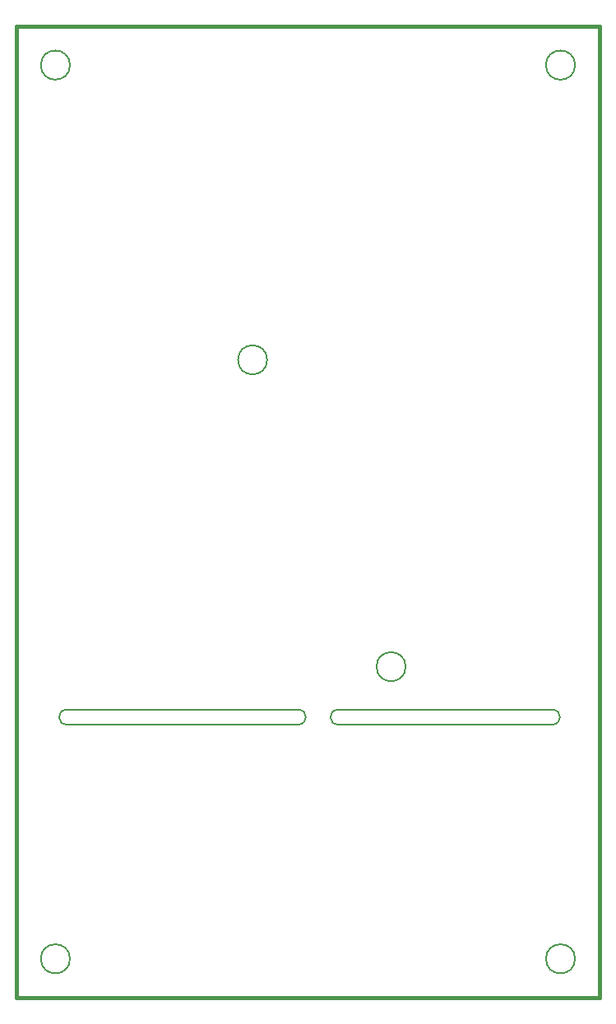
<source format=gbr>
G04 #@! TF.FileFunction,Profile,NP*
%FSLAX46Y46*%
G04 Gerber Fmt 4.6, Leading zero omitted, Abs format (unit mm)*
G04 Created by KiCad (PCBNEW 4.0.7-e2-6376~58~ubuntu16.04.1) date Fri Nov 24 15:55:31 2017*
%MOMM*%
%LPD*%
G01*
G04 APERTURE LIST*
%ADD10C,0.100000*%
%ADD11C,0.381000*%
%ADD12C,0.150000*%
G04 APERTURE END LIST*
D10*
D11*
X112203000Y-143433000D02*
X112203000Y-43433000D01*
X172203000Y-143443000D02*
X112203000Y-143443000D01*
D12*
X145288000Y-113792000D02*
G75*
G03X145288000Y-115316000I0J-762000D01*
G01*
X117703000Y-139433000D02*
G75*
G03X117703000Y-139433000I-1500000J0D01*
G01*
X137999600Y-77774800D02*
G75*
G03X137999600Y-77774800I-1500000J0D01*
G01*
X152260300Y-109359700D02*
G75*
G03X152260300Y-109359700I-1500000J0D01*
G01*
X117348000Y-113792000D02*
X141224000Y-113792000D01*
X141224000Y-115316000D02*
X117348000Y-115316000D01*
X141224000Y-115316000D02*
G75*
G03X141224000Y-113792000I0J762000D01*
G01*
X117348000Y-113792000D02*
G75*
G03X117348000Y-115316000I0J-762000D01*
G01*
X145288000Y-113792000D02*
X167386000Y-113792000D01*
X167386000Y-115316000D02*
X145288000Y-115316000D01*
X167386000Y-115316000D02*
G75*
G03X167386000Y-113792000I0J762000D01*
G01*
X169703000Y-139433000D02*
G75*
G03X169703000Y-139433000I-1500000J0D01*
G01*
X169703000Y-47433000D02*
G75*
G03X169703000Y-47433000I-1500000J0D01*
G01*
X117703000Y-47433000D02*
G75*
G03X117703000Y-47433000I-1500000J0D01*
G01*
D11*
X172203000Y-43433000D02*
X172203000Y-143433000D01*
X112203000Y-43433000D02*
X172203000Y-43433000D01*
M02*

</source>
